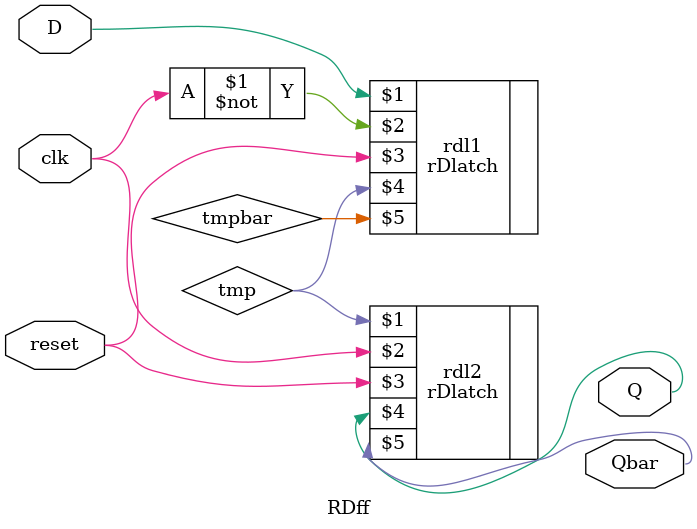
<source format=sv>
`timescale 1ns / 1ps


module RDff(
    input D,
    input clk,
    input reset,
    output Q,
    output Qbar
    );
    
logic tmp, tmpbar;
rDlatch rdl1(D, ~clk, reset, tmp, tmpbar);
rDlatch rdl2(tmp, clk, reset, Q, Qbar);




endmodule

</source>
